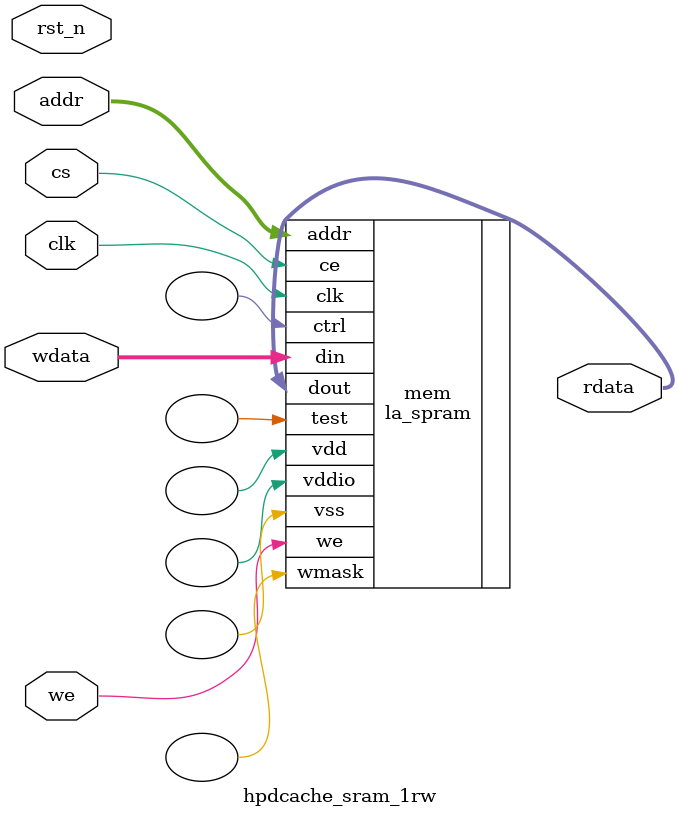
<source format=sv>
module hpdcache_sram_1rw
#(
    parameter int unsigned ADDR_SIZE = 0,
    parameter int unsigned DATA_SIZE = 0,
    parameter int unsigned DEPTH = 2**ADDR_SIZE
)
(
    input  logic                  clk,
    input  logic                  rst_n,
    input  logic                  cs,
    input  logic                  we,
    input  logic [ADDR_SIZE-1:0]  addr,
    input  logic [DATA_SIZE-1:0]  wdata,
    output logic [DATA_SIZE-1:0]  rdata
);

    la_spram #(.DW(DATA_SIZE), .AW(ADDR_SIZE)) mem (
        .clk(clk),
        .ce(cs),
        .we(we),
        .wmask({DATA_SIZE{1'b1}}),
        .addr(addr),
        .din(wdata),
        .dout(rdata),
        .ctrl(),
        .test(),
        .vss(),
        .vdd(),
        .vddio()
    );

endmodule : hpdcache_sram_1rw

</source>
